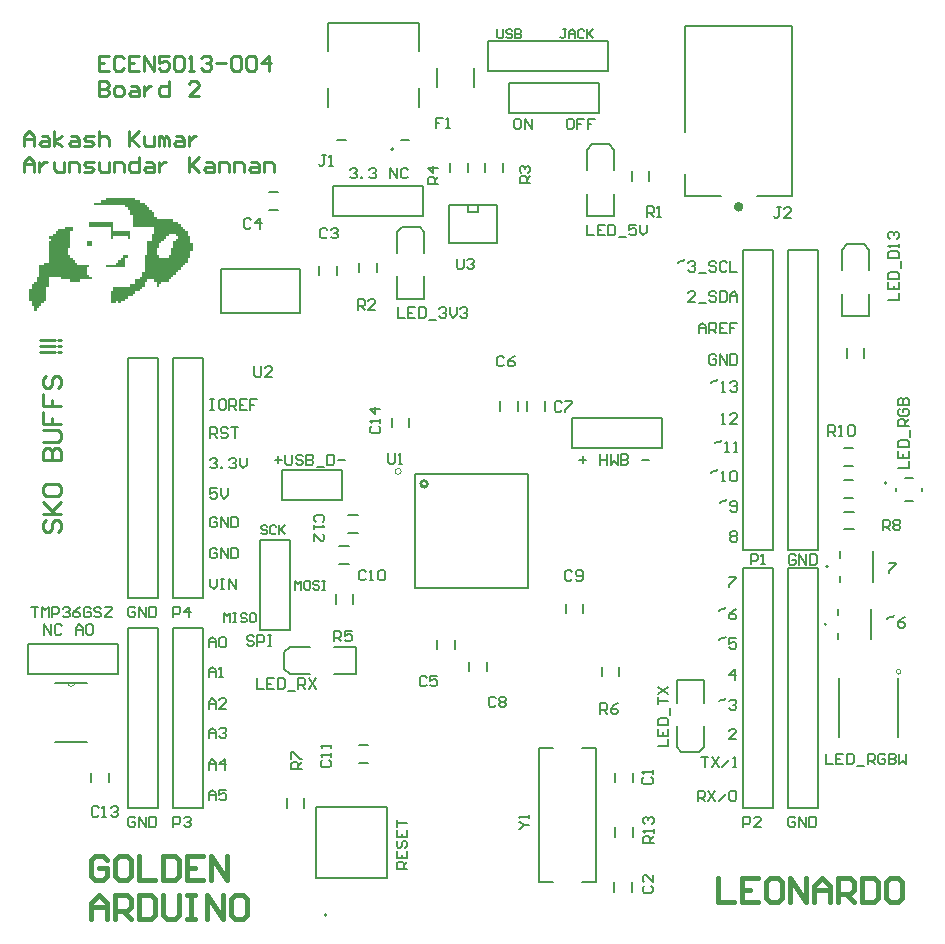
<source format=gto>
G04 Layer_Color=65535*
%FSLAX25Y25*%
%MOIN*%
G70*
G01*
G75*
%ADD28C,0.00600*%
%ADD29C,0.01000*%
%ADD37C,0.00591*%
%ADD38C,0.00000*%
%ADD39C,0.00787*%
%ADD40C,0.01575*%
%ADD41C,0.00500*%
%ADD42C,0.00800*%
%ADD43C,0.01500*%
G36*
X40500Y228400D02*
X39700D01*
Y227600D01*
Y226800D01*
Y226000D01*
Y225200D01*
X33300D01*
Y226000D01*
X36500D01*
Y226800D01*
X37300D01*
Y227600D01*
X38100D01*
Y228400D01*
X38900D01*
Y229200D01*
X40500D01*
Y228400D01*
D02*
G37*
G36*
X22100Y238000D02*
Y237200D01*
X21300D01*
Y236400D01*
Y235600D01*
Y234800D01*
Y234000D01*
Y233200D01*
Y232400D01*
Y231600D01*
X20500D01*
Y230800D01*
Y230000D01*
Y229200D01*
X21300D01*
Y228400D01*
X22100D01*
Y227600D01*
X22900D01*
Y226800D01*
X23700D01*
Y226000D01*
X27700D01*
Y225200D01*
X26900D01*
Y224400D01*
Y223600D01*
Y222800D01*
X27700D01*
Y222000D01*
X28500D01*
Y221200D01*
X24500D01*
Y220400D01*
X21300D01*
Y221200D01*
X18100D01*
Y222000D01*
X14100D01*
Y221200D01*
Y220400D01*
Y219600D01*
Y218800D01*
X13300D01*
Y218000D01*
Y217200D01*
Y216400D01*
Y215600D01*
Y214800D01*
Y214000D01*
X12500D01*
Y213200D01*
X11700D01*
Y212400D01*
X10900D01*
Y211600D01*
X10100D01*
Y210800D01*
X9300D01*
Y211600D01*
Y212400D01*
X8500D01*
Y213200D01*
Y214000D01*
X7700D01*
Y214800D01*
Y215600D01*
Y216400D01*
Y217200D01*
Y218000D01*
X8500D01*
Y218800D01*
Y219600D01*
X9300D01*
Y220400D01*
X10100D01*
Y221200D01*
Y222000D01*
X10900D01*
Y222800D01*
Y223600D01*
Y224400D01*
Y225200D01*
Y226000D01*
X12500D01*
Y226800D01*
X14100D01*
Y227600D01*
Y228400D01*
Y229200D01*
Y230000D01*
Y230800D01*
Y231600D01*
Y232400D01*
Y233200D01*
Y234000D01*
X14900D01*
Y234800D01*
X14100D01*
Y235600D01*
X15700D01*
Y236400D01*
X16500D01*
Y237200D01*
X17300D01*
Y238000D01*
X19700D01*
Y238800D01*
X22100D01*
Y238000D01*
D02*
G37*
G36*
X42900Y247600D02*
X44500D01*
Y246800D01*
X46100D01*
Y246000D01*
X46900D01*
Y245200D01*
X47700D01*
Y244400D01*
X48500D01*
Y243600D01*
X49300D01*
Y242800D01*
Y242000D01*
X50100D01*
Y241200D01*
X55700D01*
Y240400D01*
X57300D01*
Y239600D01*
X58100D01*
Y238800D01*
X58900D01*
Y238000D01*
X59700D01*
Y237200D01*
X60500D01*
Y236400D01*
Y235600D01*
X61300D01*
Y234800D01*
Y234000D01*
Y233200D01*
X62100D01*
Y232400D01*
Y231600D01*
Y230800D01*
X61300D01*
Y230000D01*
Y229200D01*
Y228400D01*
X60500D01*
Y227600D01*
Y226800D01*
X59700D01*
Y226000D01*
X58900D01*
Y225200D01*
X58100D01*
Y224400D01*
X57300D01*
Y223600D01*
X56500D01*
Y222800D01*
X55700D01*
Y222000D01*
X54900D01*
Y221200D01*
X54100D01*
Y220400D01*
X51700D01*
Y219600D01*
X50900D01*
Y218800D01*
X50100D01*
Y219600D01*
Y220400D01*
X49300D01*
Y221200D01*
X46900D01*
Y220400D01*
X46100D01*
Y219600D01*
Y218800D01*
X45300D01*
Y218000D01*
X44500D01*
Y217200D01*
X42900D01*
Y216400D01*
X42100D01*
Y215600D01*
X40500D01*
Y214800D01*
X39700D01*
Y214000D01*
X38100D01*
Y213200D01*
X37300D01*
Y214000D01*
X36500D01*
Y213200D01*
X34900D01*
Y214000D01*
Y214800D01*
Y215600D01*
Y216400D01*
Y217200D01*
X35700D01*
Y218000D01*
Y218800D01*
X41300D01*
Y219600D01*
X42900D01*
Y220400D01*
Y221200D01*
X44500D01*
Y222000D01*
X45300D01*
Y222800D01*
Y223600D01*
X46100D01*
Y224400D01*
Y225200D01*
Y226000D01*
Y226800D01*
Y227600D01*
Y228400D01*
Y229200D01*
X46900D01*
Y230000D01*
Y230800D01*
Y231600D01*
Y232400D01*
Y233200D01*
Y234000D01*
X48500D01*
Y234800D01*
Y235600D01*
Y236400D01*
X49300D01*
Y237200D01*
Y238000D01*
Y238800D01*
X42100D01*
Y239600D01*
Y240400D01*
Y241200D01*
Y242000D01*
Y242800D01*
X41300D01*
Y243600D01*
Y244400D01*
X40500D01*
Y245200D01*
X39700D01*
Y246000D01*
X29300D01*
Y246800D01*
X31700D01*
Y247600D01*
X33300D01*
Y248400D01*
X42900D01*
Y247600D01*
D02*
G37*
G36*
X35700Y239600D02*
Y238800D01*
Y238000D01*
Y237200D01*
X41300D01*
Y236400D01*
Y235600D01*
Y234800D01*
X40500D01*
Y235600D01*
X35700D01*
Y234800D01*
X34900D01*
Y235600D01*
Y236400D01*
Y237200D01*
Y238000D01*
Y238800D01*
X27700D01*
Y239600D01*
Y240400D01*
X35700D01*
Y239600D01*
D02*
G37*
G36*
X28500Y233200D02*
Y232400D01*
X26900D01*
Y233200D01*
Y234000D01*
X28500D01*
Y233200D01*
D02*
G37*
%LPC*%
G36*
X56500Y236400D02*
X54100D01*
Y235600D01*
X53300D01*
Y234800D01*
X52500D01*
Y234000D01*
X51700D01*
Y233200D01*
X50900D01*
Y232400D01*
Y231600D01*
X50100D01*
Y230800D01*
Y230000D01*
Y229200D01*
X50900D01*
Y228400D01*
X54100D01*
Y229200D01*
X54900D01*
Y230000D01*
Y230800D01*
Y231600D01*
X55700D01*
Y232400D01*
Y233200D01*
Y234000D01*
X56500D01*
Y234800D01*
X57300D01*
Y235600D01*
X56500D01*
Y236400D01*
D02*
G37*
%LPD*%
D28*
X16200Y86700D02*
X20400D01*
X22800D01*
X27000D01*
X16200Y67100D02*
X27000D01*
X71600Y210100D02*
X98000D01*
X71600D02*
Y224700D01*
X98000D01*
Y210100D02*
Y224700D01*
D29*
X140365Y153048D02*
G03*
X140365Y153048I-1113J0D01*
G01*
X34224Y295691D02*
X30892D01*
Y290692D01*
X34224D01*
X30892Y293191D02*
X32558D01*
X39222Y294858D02*
X38390Y295691D01*
X36723D01*
X35890Y294858D01*
Y291525D01*
X36723Y290692D01*
X38390D01*
X39222Y291525D01*
X44221Y295691D02*
X40889D01*
Y290692D01*
X44221D01*
X40889Y293191D02*
X42555D01*
X45887Y290692D02*
Y295691D01*
X49219Y290692D01*
Y295691D01*
X54218D02*
X50885D01*
Y293191D01*
X52552Y294024D01*
X53385D01*
X54218Y293191D01*
Y291525D01*
X53385Y290692D01*
X51718D01*
X50885Y291525D01*
X55884Y294858D02*
X56717Y295691D01*
X58383D01*
X59216Y294858D01*
Y291525D01*
X58383Y290692D01*
X56717D01*
X55884Y291525D01*
Y294858D01*
X60882Y290692D02*
X62548D01*
X61715D01*
Y295691D01*
X60882Y294858D01*
X65048D02*
X65881Y295691D01*
X67547D01*
X68380Y294858D01*
Y294024D01*
X67547Y293191D01*
X66714D01*
X67547D01*
X68380Y292358D01*
Y291525D01*
X67547Y290692D01*
X65881D01*
X65048Y291525D01*
X70046Y293191D02*
X73378D01*
X75044Y294858D02*
X75877Y295691D01*
X77543D01*
X78377Y294858D01*
Y291525D01*
X77543Y290692D01*
X75877D01*
X75044Y291525D01*
Y294858D01*
X80043D02*
X80876Y295691D01*
X82542D01*
X83375Y294858D01*
Y291525D01*
X82542Y290692D01*
X80876D01*
X80043Y291525D01*
Y294858D01*
X87540Y290692D02*
Y295691D01*
X85041Y293191D01*
X88373D01*
X30892Y287293D02*
Y282294D01*
X33391D01*
X34224Y283127D01*
Y283960D01*
X33391Y284793D01*
X30892D01*
X33391D01*
X34224Y285626D01*
Y286459D01*
X33391Y287293D01*
X30892D01*
X36723Y282294D02*
X38390D01*
X39222Y283127D01*
Y284793D01*
X38390Y285626D01*
X36723D01*
X35890Y284793D01*
Y283127D01*
X36723Y282294D01*
X41722Y285626D02*
X43388D01*
X44221Y284793D01*
Y282294D01*
X41722D01*
X40889Y283127D01*
X41722Y283960D01*
X44221D01*
X45887Y285626D02*
Y282294D01*
Y283960D01*
X46720Y284793D01*
X47553Y285626D01*
X48386D01*
X54218Y287293D02*
Y282294D01*
X51718D01*
X50885Y283127D01*
Y284793D01*
X51718Y285626D01*
X54218D01*
X64214Y282294D02*
X60882D01*
X64214Y285626D01*
Y286459D01*
X63381Y287293D01*
X61715D01*
X60882Y286459D01*
X5900Y265498D02*
Y268830D01*
X7566Y270496D01*
X9232Y268830D01*
Y265498D01*
Y267997D01*
X5900D01*
X11731Y268830D02*
X13398D01*
X14231Y267997D01*
Y265498D01*
X11731D01*
X10898Y266331D01*
X11731Y267164D01*
X14231D01*
X15897Y265498D02*
Y270496D01*
Y267164D02*
X18396Y268830D01*
X15897Y267164D02*
X18396Y265498D01*
X21728Y268830D02*
X23394D01*
X24227Y267997D01*
Y265498D01*
X21728D01*
X20895Y266331D01*
X21728Y267164D01*
X24227D01*
X25894Y265498D02*
X28393D01*
X29226Y266331D01*
X28393Y267164D01*
X26727D01*
X25894Y267997D01*
X26727Y268830D01*
X29226D01*
X30892Y270496D02*
Y265498D01*
Y267997D01*
X31725Y268830D01*
X33391D01*
X34224Y267997D01*
Y265498D01*
X40889Y270496D02*
Y265498D01*
Y267164D01*
X44221Y270496D01*
X41722Y267997D01*
X44221Y265498D01*
X45887Y268830D02*
Y266331D01*
X46720Y265498D01*
X49219D01*
Y268830D01*
X50885Y265498D02*
Y268830D01*
X51718D01*
X52552Y267997D01*
Y265498D01*
Y267997D01*
X53385Y268830D01*
X54218Y267997D01*
Y265498D01*
X56717Y268830D02*
X58383D01*
X59216Y267997D01*
Y265498D01*
X56717D01*
X55884Y266331D01*
X56717Y267164D01*
X59216D01*
X60882Y268830D02*
Y265498D01*
Y267164D01*
X61715Y267997D01*
X62548Y268830D01*
X63381D01*
X5900Y257100D02*
Y260432D01*
X7566Y262098D01*
X9232Y260432D01*
Y257100D01*
Y259599D01*
X5900D01*
X10898Y260432D02*
Y257100D01*
Y258766D01*
X11731Y259599D01*
X12564Y260432D01*
X13398D01*
X15897D02*
Y257933D01*
X16730Y257100D01*
X19229D01*
Y260432D01*
X20895Y257100D02*
Y260432D01*
X23394D01*
X24227Y259599D01*
Y257100D01*
X25894D02*
X28393D01*
X29226Y257933D01*
X28393Y258766D01*
X26727D01*
X25894Y259599D01*
X26727Y260432D01*
X29226D01*
X30892D02*
Y257933D01*
X31725Y257100D01*
X34224D01*
Y260432D01*
X35890Y257100D02*
Y260432D01*
X38390D01*
X39222Y259599D01*
Y257100D01*
X44221Y262098D02*
Y257100D01*
X41722D01*
X40889Y257933D01*
Y259599D01*
X41722Y260432D01*
X44221D01*
X46720D02*
X48386D01*
X49219Y259599D01*
Y257100D01*
X46720D01*
X45887Y257933D01*
X46720Y258766D01*
X49219D01*
X50885Y260432D02*
Y257100D01*
Y258766D01*
X51718Y259599D01*
X52552Y260432D01*
X53385D01*
X60882Y262098D02*
Y257100D01*
Y258766D01*
X64214Y262098D01*
X61715Y259599D01*
X64214Y257100D01*
X66714Y260432D02*
X68380D01*
X69213Y259599D01*
Y257100D01*
X66714D01*
X65881Y257933D01*
X66714Y258766D01*
X69213D01*
X70879Y257100D02*
Y260432D01*
X73378D01*
X74211Y259599D01*
Y257100D01*
X75877D02*
Y260432D01*
X78377D01*
X79210Y259599D01*
Y257100D01*
X81709Y260432D02*
X83375D01*
X84208Y259599D01*
Y257100D01*
X81709D01*
X80876Y257933D01*
X81709Y258766D01*
X84208D01*
X85874Y257100D02*
Y260432D01*
X88373D01*
X89206Y259599D01*
Y257100D01*
X13102Y140999D02*
X12102Y139999D01*
Y138000D01*
X13102Y137000D01*
X14101D01*
X15101Y138000D01*
Y139999D01*
X16101Y140999D01*
X17100D01*
X18100Y139999D01*
Y138000D01*
X17100Y137000D01*
X12102Y142998D02*
X18100D01*
X16101D01*
X12102Y146997D01*
X15101Y143998D01*
X18100Y146997D01*
X12102Y151995D02*
Y149996D01*
X13102Y148996D01*
X17100D01*
X18100Y149996D01*
Y151995D01*
X17100Y152995D01*
X13102D01*
X12102Y151995D01*
Y160992D02*
X18100D01*
Y163991D01*
X17100Y164991D01*
X16101D01*
X15101Y163991D01*
Y160992D01*
Y163991D01*
X14101Y164991D01*
X13102D01*
X12102Y163991D01*
Y160992D01*
Y166990D02*
X17100D01*
X18100Y167990D01*
Y169989D01*
X17100Y170989D01*
X12102D01*
Y176987D02*
Y172988D01*
X15101D01*
Y174988D01*
Y172988D01*
X18100D01*
X12102Y182985D02*
Y178986D01*
X15101D01*
Y180986D01*
Y178986D01*
X18100D01*
X13102Y188983D02*
X12102Y187984D01*
Y185984D01*
X13102Y184985D01*
X14101D01*
X15101Y185984D01*
Y187984D01*
X16101Y188983D01*
X17100D01*
X18100Y187984D01*
Y185984D01*
X17100Y184985D01*
X16101Y196981D02*
X11102D01*
X17100D02*
X18100D01*
X16101Y198980D02*
X11102D01*
X17100D02*
X18100D01*
X16101Y200979D02*
X11102D01*
X17100D02*
X18100D01*
D37*
X273253Y106300D02*
G03*
X273253Y106300I-295J0D01*
G01*
X273853Y125407D02*
G03*
X273853Y125407I-295J0D01*
G01*
D38*
X131591Y157182D02*
G03*
X131591Y157182I-1000J0D01*
G01*
X298245Y90420D02*
G03*
X298245Y90420I-787J0D01*
G01*
X20400Y86700D02*
G03*
X22800Y86700I1200J0D01*
G01*
D39*
X106739Y9284D02*
G03*
X106739Y9284I-394J0D01*
G01*
X293420Y153265D02*
G03*
X293420Y153265I-394J0D01*
G01*
X129026Y264625D02*
G03*
X129026Y264625I-394J0D01*
G01*
X94700Y104200D02*
Y134200D01*
X84700D02*
X94700D01*
X84700Y104200D02*
Y134200D01*
Y104200D02*
X94700D01*
X200600Y290500D02*
Y300500D01*
X160600Y290500D02*
X200600D01*
X160600Y300500D02*
X200600D01*
X160600Y290500D02*
Y300500D01*
X208447Y254125D02*
Y257275D01*
X214353Y254125D02*
Y257275D01*
X245600Y131000D02*
X255600D01*
X245600D02*
Y231000D01*
X255600D01*
Y223500D02*
Y231000D01*
Y131000D02*
Y223500D01*
X260600Y131000D02*
X270600D01*
X260600D02*
Y231000D01*
X270600D01*
Y223500D02*
Y231000D01*
Y131000D02*
Y223500D01*
X286053Y195125D02*
Y198275D01*
X280147Y195125D02*
Y198275D01*
X279125Y148347D02*
X282275D01*
X279125Y154253D02*
X282275D01*
X198447Y88925D02*
Y92075D01*
X204353Y88925D02*
Y92075D01*
X109747Y113025D02*
Y116175D01*
X115653Y113025D02*
Y116175D01*
X117647Y223525D02*
Y226675D01*
X123553Y223525D02*
Y226675D01*
X143598Y285250D02*
Y291550D01*
X155802Y285250D02*
Y291550D01*
X139328Y214783D02*
Y222263D01*
X130272Y214783D02*
Y222263D01*
Y214783D02*
X139328D01*
X131847Y238798D02*
X137753D01*
X139328Y230137D02*
Y236830D01*
X130272D02*
X131847Y238798D01*
X137753D02*
X139328Y236830D01*
X130272Y230137D02*
Y236830D01*
X202628Y242272D02*
Y249753D01*
X193572Y242272D02*
Y249753D01*
Y242272D02*
X202628D01*
X195147Y266288D02*
X201053D01*
X202628Y257627D02*
Y264320D01*
X193572D02*
X195147Y266288D01*
X201053D02*
X202628Y264320D01*
X193572Y257627D02*
Y264320D01*
X55600Y45000D02*
Y105000D01*
X65600Y45000D02*
Y105000D01*
X55600D02*
X65600D01*
X55600Y45000D02*
X65600D01*
X40600Y115000D02*
Y195000D01*
Y115000D02*
X50600D01*
Y195000D01*
X40600D02*
X50600D01*
Y45000D02*
Y105000D01*
X40600Y45000D02*
Y105000D01*
Y45000D02*
X50600D01*
X40600Y105000D02*
X50600D01*
X65600Y115000D02*
Y195000D01*
X55600D02*
X65600D01*
X55600Y115000D02*
Y195000D01*
Y115000D02*
X65600D01*
X255600Y45000D02*
Y125000D01*
X245600D02*
X255600D01*
X245600Y45000D02*
Y125000D01*
Y45000D02*
X255600D01*
X260600D02*
Y125000D01*
Y45000D02*
X270600D01*
Y125000D01*
X260600D02*
X270600D01*
X92000Y147500D02*
X112000D01*
Y157500D01*
X92000D02*
X112000D01*
X92000Y147500D02*
Y157500D01*
X170553Y177425D02*
Y180575D01*
X164647Y177425D02*
Y180575D01*
X179553Y177425D02*
Y180575D01*
X173647Y177425D02*
Y180575D01*
X143547Y97910D02*
Y101060D01*
X149453Y97910D02*
Y101060D01*
X154347Y90625D02*
Y93775D01*
X160253Y90625D02*
Y93775D01*
X110925Y132353D02*
X114075D01*
X110925Y126447D02*
X114075D01*
X128447Y171940D02*
Y175090D01*
X134353Y171940D02*
Y175090D01*
X202547Y17140D02*
Y20290D01*
X208453Y17140D02*
Y20290D01*
X203047Y53540D02*
Y56690D01*
X208953Y53540D02*
Y56690D01*
X114025Y142553D02*
X117175D01*
X114025Y136647D02*
X117175D01*
X188700Y165000D02*
Y175000D01*
X218700D01*
Y165000D02*
Y175000D01*
X188700Y165000D02*
X218700D01*
X99353Y45125D02*
Y48275D01*
X93447Y45125D02*
Y48275D01*
X117425Y60047D02*
X120575D01*
X117425Y65953D02*
X120575D01*
X7200Y89700D02*
Y99700D01*
X37200D01*
Y89700D02*
Y99700D01*
X7200Y89700D02*
X37200D01*
X28347Y53625D02*
Y56775D01*
X34253Y53625D02*
Y56775D01*
X279125Y159147D02*
X282275D01*
X279125Y165053D02*
X282275D01*
X279325Y137847D02*
X282475D01*
X279325Y143753D02*
X282475D01*
X147947Y256825D02*
Y259975D01*
X153853Y256825D02*
Y259975D01*
X159647Y256825D02*
Y259975D01*
X165553Y256825D02*
Y259975D01*
X110253Y222525D02*
Y225675D01*
X104347Y222525D02*
Y225675D01*
X87525Y250353D02*
X90675D01*
X87525Y244447D02*
X90675D01*
X108800Y242400D02*
Y252400D01*
X138800D01*
Y242400D02*
Y252400D01*
X108800Y242400D02*
X138800D01*
X167500Y276700D02*
Y286700D01*
X197500D01*
Y276700D02*
Y286700D01*
X167500Y276700D02*
X197500D01*
X287628Y208983D02*
Y216463D01*
X278572Y208983D02*
Y216463D01*
Y208983D02*
X287628D01*
X280147Y232998D02*
X286053D01*
X287628Y224337D02*
Y231030D01*
X278572D02*
X280147Y232998D01*
X286053D02*
X287628Y231030D01*
X278572Y224337D02*
Y231030D01*
X186447Y109825D02*
Y112975D01*
X192353Y109825D02*
Y112975D01*
X208953Y35410D02*
Y38560D01*
X203047Y35410D02*
Y38560D01*
X109137Y98728D02*
X116617D01*
X109137Y89672D02*
X116617D01*
Y98728D01*
X92602Y91247D02*
Y97153D01*
X94570Y98728D02*
X101263D01*
X92602Y91247D02*
X94570Y89672D01*
X92602Y97153D02*
X94570Y98728D01*
Y89672D02*
X101263D01*
X223472Y80037D02*
Y87517D01*
X232528Y80037D02*
Y87517D01*
X223472D02*
X232528D01*
X225047Y63502D02*
X230953D01*
X223472Y65470D02*
Y72163D01*
X230953Y63502D02*
X232528Y65470D01*
X223472D02*
X225047Y63502D01*
X232528Y65470D02*
Y72163D01*
D40*
X244887Y245410D02*
G03*
X244887Y245410I-787J0D01*
G01*
D41*
X277209Y101182D02*
Y103347D01*
Y109253D02*
Y111418D01*
X288391Y101182D02*
Y111418D01*
X277809Y120289D02*
Y122454D01*
Y128360D02*
Y130525D01*
X288991Y120289D02*
Y130525D01*
X192037Y20259D02*
X196549D01*
Y65141D01*
X192037D02*
X196549D01*
X177651D02*
X182163D01*
X177651Y20259D02*
Y65141D01*
Y20259D02*
X182163D01*
X127011Y21689D02*
Y45311D01*
X103389D02*
X127011D01*
X103389Y21689D02*
Y45311D01*
Y21689D02*
X127011D01*
X277457Y68557D02*
Y88243D01*
X297143Y68557D02*
Y88243D01*
X305231Y150706D02*
Y151494D01*
X296569Y150706D02*
Y151494D01*
X299719Y147163D02*
X302081D01*
X299719Y155037D02*
X302081D01*
X157175Y243537D02*
Y245899D01*
X154025Y243537D02*
X157175D01*
X154025D02*
Y245899D01*
X147726Y233301D02*
Y245899D01*
Y233301D02*
X163474D01*
Y245899D01*
X157175D02*
X163474D01*
X154025D02*
X157175D01*
X147726D02*
X154025D01*
X131546Y267775D02*
X134341D01*
X110286D02*
X113160D01*
X137491Y278680D02*
Y285019D01*
X107176Y278680D02*
Y285019D01*
X137491Y297460D02*
Y306554D01*
X107176D02*
X137491D01*
X107176Y297460D02*
Y306554D01*
X226383Y248954D02*
X238391D01*
X226383Y270410D02*
Y305646D01*
X250202Y248954D02*
X261817D01*
X226383D02*
Y256237D01*
X261817Y248954D02*
Y305646D01*
X226383D02*
X261817D01*
X86899Y138699D02*
X86400Y139199D01*
X85400D01*
X84900Y138699D01*
Y138199D01*
X85400Y137699D01*
X86400D01*
X86899Y137200D01*
Y136700D01*
X86400Y136200D01*
X85400D01*
X84900Y136700D01*
X89898Y138699D02*
X89399Y139199D01*
X88399D01*
X87899Y138699D01*
Y136700D01*
X88399Y136200D01*
X89399D01*
X89898Y136700D01*
X90898Y139199D02*
Y136200D01*
Y137200D01*
X92897Y139199D01*
X91398Y137699D01*
X92897Y136200D01*
X96300Y117800D02*
Y120799D01*
X97300Y119799D01*
X98299Y120799D01*
Y117800D01*
X100799Y120799D02*
X99799D01*
X99299Y120299D01*
Y118300D01*
X99799Y117800D01*
X100799D01*
X101298Y118300D01*
Y120299D01*
X100799Y120799D01*
X104297Y120299D02*
X103798Y120799D01*
X102798D01*
X102298Y120299D01*
Y119799D01*
X102798Y119299D01*
X103798D01*
X104297Y118800D01*
Y118300D01*
X103798Y117800D01*
X102798D01*
X102298Y118300D01*
X105297Y120799D02*
X106297D01*
X105797D01*
Y117800D01*
X105297D01*
X106297D01*
X72600Y106900D02*
Y109899D01*
X73600Y108899D01*
X74599Y109899D01*
Y106900D01*
X75599Y109899D02*
X76599D01*
X76099D01*
Y106900D01*
X75599D01*
X76599D01*
X80098Y109399D02*
X79598Y109899D01*
X78598D01*
X78098Y109399D01*
Y108899D01*
X78598Y108399D01*
X79598D01*
X80098Y107900D01*
Y107400D01*
X79598Y106900D01*
X78598D01*
X78098Y107400D01*
X82597Y109899D02*
X81597D01*
X81097Y109399D01*
Y107400D01*
X81597Y106900D01*
X82597D01*
X83097Y107400D01*
Y109399D01*
X82597Y109899D01*
X293700Y108016D02*
X294283Y108599D01*
X295449D01*
X296033Y109182D01*
X299531Y108599D02*
X298365Y108016D01*
X297199Y106849D01*
Y105683D01*
X297782Y105100D01*
X298948D01*
X299531Y105683D01*
Y106266D01*
X298948Y106849D01*
X297199D01*
X294300Y126799D02*
X296633D01*
Y126216D01*
X294300Y123883D01*
Y123300D01*
X163600Y304499D02*
Y302000D01*
X164100Y301500D01*
X165100D01*
X165599Y302000D01*
Y304499D01*
X168598Y303999D02*
X168099Y304499D01*
X167099D01*
X166599Y303999D01*
Y303499D01*
X167099Y302999D01*
X168099D01*
X168598Y302500D01*
Y302000D01*
X168099Y301500D01*
X167099D01*
X166599Y302000D01*
X169598Y304499D02*
Y301500D01*
X171098D01*
X171597Y302000D01*
Y302500D01*
X171098Y302999D01*
X169598D01*
X171098D01*
X171597Y303499D01*
Y303999D01*
X171098Y304499D01*
X169598D01*
X186593D02*
X185593D01*
X186093D01*
Y302000D01*
X185593Y301500D01*
X185093D01*
X184593Y302000D01*
X187592Y301500D02*
Y303499D01*
X188592Y304499D01*
X189592Y303499D01*
Y301500D01*
Y302999D01*
X187592D01*
X192591Y303999D02*
X192091Y304499D01*
X191091D01*
X190591Y303999D01*
Y302000D01*
X191091Y301500D01*
X192091D01*
X192591Y302000D01*
X193590Y304499D02*
Y301500D01*
Y302500D01*
X195590Y304499D01*
X194090Y302999D01*
X195590Y301500D01*
X213500Y242000D02*
Y245499D01*
X215249D01*
X215833Y244916D01*
Y243749D01*
X215249Y243166D01*
X213500D01*
X214666D02*
X215833Y242000D01*
X216999D02*
X218165D01*
X217582D01*
Y245499D01*
X216999Y244916D01*
X223820Y226716D02*
X224403Y227299D01*
X225570D01*
X226153Y227882D01*
X227319Y226716D02*
X227902Y227299D01*
X229068D01*
X229652Y226716D01*
Y226133D01*
X229068Y225549D01*
X228485D01*
X229068D01*
X229652Y224966D01*
Y224383D01*
X229068Y223800D01*
X227902D01*
X227319Y224383D01*
X230818Y223217D02*
X233151D01*
X236649Y226716D02*
X236066Y227299D01*
X234900D01*
X234317Y226716D01*
Y226133D01*
X234900Y225549D01*
X236066D01*
X236649Y224966D01*
Y224383D01*
X236066Y223800D01*
X234900D01*
X234317Y224383D01*
X240148Y226716D02*
X239565Y227299D01*
X238399D01*
X237816Y226716D01*
Y224383D01*
X238399Y223800D01*
X239565D01*
X240148Y224383D01*
X241315Y227299D02*
Y223800D01*
X243647D01*
X229652Y213800D02*
X227319D01*
X229652Y216133D01*
Y216716D01*
X229068Y217299D01*
X227902D01*
X227319Y216716D01*
X230818Y213217D02*
X233151D01*
X236649Y216716D02*
X236066Y217299D01*
X234900D01*
X234317Y216716D01*
Y216133D01*
X234900Y215549D01*
X236066D01*
X236649Y214966D01*
Y214383D01*
X236066Y213800D01*
X234900D01*
X234317Y214383D01*
X237816Y217299D02*
Y213800D01*
X239565D01*
X240148Y214383D01*
Y216716D01*
X239565Y217299D01*
X237816D01*
X241315Y213800D02*
Y216133D01*
X242481Y217299D01*
X243647Y216133D01*
Y213800D01*
Y215549D01*
X241315D01*
X230818Y203300D02*
Y205633D01*
X231984Y206799D01*
X233151Y205633D01*
Y203300D01*
Y205049D01*
X230818D01*
X234317Y203300D02*
Y206799D01*
X236066D01*
X236649Y206216D01*
Y205049D01*
X236066Y204466D01*
X234317D01*
X235483D02*
X236649Y203300D01*
X240148Y206799D02*
X237816D01*
Y203300D01*
X240148D01*
X237816Y205049D02*
X238982D01*
X243647Y206799D02*
X241315D01*
Y205049D01*
X242481D01*
X241315D01*
Y203300D01*
X236649Y195716D02*
X236066Y196299D01*
X234900D01*
X234317Y195716D01*
Y193383D01*
X234900Y192800D01*
X236066D01*
X236649Y193383D01*
Y194549D01*
X235483D01*
X237816Y192800D02*
Y196299D01*
X240148Y192800D01*
Y196299D01*
X241315D02*
Y192800D01*
X243064D01*
X243647Y193383D01*
Y195716D01*
X243064Y196299D01*
X241315D01*
X234900Y186716D02*
X235483Y187299D01*
X236649D01*
X237233Y187882D01*
X238399Y183800D02*
X239565D01*
X238982D01*
Y187299D01*
X238399Y186716D01*
X241315D02*
X241898Y187299D01*
X243064D01*
X243647Y186716D01*
Y186133D01*
X243064Y185549D01*
X242481D01*
X243064D01*
X243647Y184966D01*
Y184383D01*
X243064Y183800D01*
X241898D01*
X241315Y184383D01*
X238399Y173000D02*
X239565D01*
X238982D01*
Y176499D01*
X238399Y175916D01*
X243647Y173000D02*
X241315D01*
X243647Y175333D01*
Y175916D01*
X243064Y176499D01*
X241898D01*
X241315Y175916D01*
X236066Y166516D02*
X236649Y167099D01*
X237816D01*
X238399Y167682D01*
X239565Y163600D02*
X240731D01*
X240148D01*
Y167099D01*
X239565Y166516D01*
X242481Y163600D02*
X243647D01*
X243064D01*
Y167099D01*
X242481Y166516D01*
X234900Y156816D02*
X235483Y157399D01*
X236649D01*
X237233Y157982D01*
X238399Y153900D02*
X239565D01*
X238982D01*
Y157399D01*
X238399Y156816D01*
X241315D02*
X241898Y157399D01*
X243064D01*
X243647Y156816D01*
Y154483D01*
X243064Y153900D01*
X241898D01*
X241315Y154483D01*
Y156816D01*
X237816Y146716D02*
X238399Y147299D01*
X239565D01*
X240148Y147882D01*
X241315Y144383D02*
X241898Y143800D01*
X243064D01*
X243647Y144383D01*
Y146716D01*
X243064Y147299D01*
X241898D01*
X241315Y146716D01*
Y146133D01*
X241898Y145549D01*
X243647D01*
X241315Y136716D02*
X241898Y137299D01*
X243064D01*
X243647Y136716D01*
Y136133D01*
X243064Y135549D01*
X243647Y134966D01*
Y134383D01*
X243064Y133800D01*
X241898D01*
X241315Y134383D01*
Y134966D01*
X241898Y135549D01*
X241315Y136133D01*
Y136716D01*
X241898Y135549D02*
X243064D01*
X241000Y122099D02*
X243333D01*
Y121516D01*
X241000Y119183D01*
Y118600D01*
X237501Y110816D02*
X238084Y111399D01*
X239251D01*
X239834Y111982D01*
X243333Y111399D02*
X242166Y110816D01*
X241000Y109649D01*
Y108483D01*
X241583Y107900D01*
X242749D01*
X243333Y108483D01*
Y109066D01*
X242749Y109649D01*
X241000D01*
X237501Y100916D02*
X238084Y101499D01*
X239251D01*
X239834Y102082D01*
X243333Y101499D02*
X241000D01*
Y99749D01*
X242166Y100333D01*
X242749D01*
X243333Y99749D01*
Y98583D01*
X242749Y98000D01*
X241583D01*
X241000Y98583D01*
X242749Y87700D02*
Y91199D01*
X241000Y89449D01*
X243333D01*
X237501Y80516D02*
X238084Y81099D01*
X239251D01*
X239834Y81682D01*
X241000Y80516D02*
X241583Y81099D01*
X242749D01*
X243333Y80516D01*
Y79933D01*
X242749Y79349D01*
X242166D01*
X242749D01*
X243333Y78766D01*
Y78183D01*
X242749Y77600D01*
X241583D01*
X241000Y78183D01*
X243333Y67900D02*
X241000D01*
X243333Y70233D01*
Y70816D01*
X242749Y71399D01*
X241583D01*
X241000Y70816D01*
X67900Y181199D02*
X69066D01*
X68483D01*
Y177700D01*
X67900D01*
X69066D01*
X72565Y181199D02*
X71399D01*
X70816Y180616D01*
Y178283D01*
X71399Y177700D01*
X72565D01*
X73148Y178283D01*
Y180616D01*
X72565Y181199D01*
X74315Y177700D02*
Y181199D01*
X76064D01*
X76647Y180616D01*
Y179449D01*
X76064Y178866D01*
X74315D01*
X75481D02*
X76647Y177700D01*
X80146Y181199D02*
X77814D01*
Y177700D01*
X80146D01*
X77814Y179449D02*
X78980D01*
X83645Y181199D02*
X81312D01*
Y179449D01*
X82479D01*
X81312D01*
Y177700D01*
X67900Y168400D02*
Y171899D01*
X69649D01*
X70233Y171316D01*
Y170149D01*
X69649Y169566D01*
X67900D01*
X69066D02*
X70233Y168400D01*
X73731Y171316D02*
X73148Y171899D01*
X71982D01*
X71399Y171316D01*
Y170733D01*
X71982Y170149D01*
X73148D01*
X73731Y169566D01*
Y168983D01*
X73148Y168400D01*
X71982D01*
X71399Y168983D01*
X74898Y171899D02*
X77230D01*
X76064D01*
Y168400D01*
X67900Y161116D02*
X68483Y161699D01*
X69649D01*
X70233Y161116D01*
Y160533D01*
X69649Y159949D01*
X69066D01*
X69649D01*
X70233Y159366D01*
Y158783D01*
X69649Y158200D01*
X68483D01*
X67900Y158783D01*
X71399Y158200D02*
Y158783D01*
X71982D01*
Y158200D01*
X71399D01*
X74315Y161116D02*
X74898Y161699D01*
X76064D01*
X76647Y161116D01*
Y160533D01*
X76064Y159949D01*
X75481D01*
X76064D01*
X76647Y159366D01*
Y158783D01*
X76064Y158200D01*
X74898D01*
X74315Y158783D01*
X77814Y161699D02*
Y159366D01*
X78980Y158200D01*
X80146Y159366D01*
Y161699D01*
X70233Y151499D02*
X67900D01*
Y149749D01*
X69066Y150333D01*
X69649D01*
X70233Y149749D01*
Y148583D01*
X69649Y148000D01*
X68483D01*
X67900Y148583D01*
X71399Y151499D02*
Y149166D01*
X72565Y148000D01*
X73731Y149166D01*
Y151499D01*
X70233Y141416D02*
X69649Y141999D01*
X68483D01*
X67900Y141416D01*
Y139083D01*
X68483Y138500D01*
X69649D01*
X70233Y139083D01*
Y140249D01*
X69066D01*
X71399Y138500D02*
Y141999D01*
X73731Y138500D01*
Y141999D01*
X74898D02*
Y138500D01*
X76647D01*
X77230Y139083D01*
Y141416D01*
X76647Y141999D01*
X74898D01*
X70233Y131116D02*
X69649Y131699D01*
X68483D01*
X67900Y131116D01*
Y128783D01*
X68483Y128200D01*
X69649D01*
X70233Y128783D01*
Y129949D01*
X69066D01*
X71399Y128200D02*
Y131699D01*
X73731Y128200D01*
Y131699D01*
X74898D02*
Y128200D01*
X76647D01*
X77230Y128783D01*
Y131116D01*
X76647Y131699D01*
X74898D01*
X67900Y121399D02*
Y119066D01*
X69066Y117900D01*
X70233Y119066D01*
Y121399D01*
X71399D02*
X72565D01*
X71982D01*
Y117900D01*
X71399D01*
X72565D01*
X74315D02*
Y121399D01*
X76647Y117900D01*
Y121399D01*
X248200Y126200D02*
Y129699D01*
X249949D01*
X250533Y129116D01*
Y127949D01*
X249949Y127366D01*
X248200D01*
X251699Y126200D02*
X252865D01*
X252282D01*
Y129699D01*
X251699Y129116D01*
X82533Y101916D02*
X81949Y102499D01*
X80783D01*
X80200Y101916D01*
Y101333D01*
X80783Y100749D01*
X81949D01*
X82533Y100166D01*
Y99583D01*
X81949Y99000D01*
X80783D01*
X80200Y99583D01*
X83699Y99000D02*
Y102499D01*
X85448D01*
X86031Y101916D01*
Y100749D01*
X85448Y100166D01*
X83699D01*
X87198Y102499D02*
X88364D01*
X87781D01*
Y99000D01*
X87198D01*
X88364D01*
X121784Y172233D02*
X121201Y171650D01*
Y170483D01*
X121784Y169900D01*
X124117D01*
X124700Y170483D01*
Y171650D01*
X124117Y172233D01*
X124700Y173399D02*
Y174565D01*
Y173982D01*
X121201D01*
X121784Y173399D01*
X124700Y178064D02*
X121201D01*
X122951Y176315D01*
Y178647D01*
X212484Y55233D02*
X211901Y54649D01*
Y53483D01*
X212484Y52900D01*
X214817D01*
X215400Y53483D01*
Y54649D01*
X214817Y55233D01*
X215400Y56399D02*
Y57565D01*
Y56982D01*
X211901D01*
X212484Y56399D01*
X212684Y19033D02*
X212101Y18449D01*
Y17283D01*
X212684Y16700D01*
X215017D01*
X215600Y17283D01*
Y18449D01*
X215017Y19033D01*
X215600Y22532D02*
Y20199D01*
X213267Y22532D01*
X212684D01*
X212101Y21948D01*
Y20782D01*
X212684Y20199D01*
X107033Y237816D02*
X106449Y238399D01*
X105283D01*
X104700Y237816D01*
Y235483D01*
X105283Y234900D01*
X106449D01*
X107033Y235483D01*
X108199Y237816D02*
X108782Y238399D01*
X109948D01*
X110531Y237816D01*
Y237233D01*
X109948Y236649D01*
X109365D01*
X109948D01*
X110531Y236066D01*
Y235483D01*
X109948Y234900D01*
X108782D01*
X108199Y235483D01*
X81633Y241016D02*
X81049Y241599D01*
X79883D01*
X79300Y241016D01*
Y238683D01*
X79883Y238100D01*
X81049D01*
X81633Y238683D01*
X84548Y238100D02*
Y241599D01*
X82799Y239849D01*
X85131D01*
X140133Y88416D02*
X139549Y88999D01*
X138383D01*
X137800Y88416D01*
Y86083D01*
X138383Y85500D01*
X139549D01*
X140133Y86083D01*
X143631Y88999D02*
X141299D01*
Y87249D01*
X142465Y87833D01*
X143048D01*
X143631Y87249D01*
Y86083D01*
X143048Y85500D01*
X141882D01*
X141299Y86083D01*
X165933Y195116D02*
X165349Y195699D01*
X164183D01*
X163600Y195116D01*
Y192783D01*
X164183Y192200D01*
X165349D01*
X165933Y192783D01*
X169431Y195699D02*
X168265Y195116D01*
X167099Y193949D01*
Y192783D01*
X167682Y192200D01*
X168848D01*
X169431Y192783D01*
Y193366D01*
X168848Y193949D01*
X167099D01*
X185133Y179916D02*
X184549Y180499D01*
X183383D01*
X182800Y179916D01*
Y177583D01*
X183383Y177000D01*
X184549D01*
X185133Y177583D01*
X186299Y180499D02*
X188631D01*
Y179916D01*
X186299Y177583D01*
Y177000D01*
X163133Y81516D02*
X162549Y82099D01*
X161383D01*
X160800Y81516D01*
Y79183D01*
X161383Y78600D01*
X162549D01*
X163133Y79183D01*
X164299Y81516D02*
X164882Y82099D01*
X166048D01*
X166631Y81516D01*
Y80933D01*
X166048Y80349D01*
X166631Y79766D01*
Y79183D01*
X166048Y78600D01*
X164882D01*
X164299Y79183D01*
Y79766D01*
X164882Y80349D01*
X164299Y80933D01*
Y81516D01*
X164882Y80349D02*
X166048D01*
X119933Y123816D02*
X119349Y124399D01*
X118183D01*
X117600Y123816D01*
Y121483D01*
X118183Y120900D01*
X119349D01*
X119933Y121483D01*
X121099Y120900D02*
X122265D01*
X121682D01*
Y124399D01*
X121099Y123816D01*
X124015D02*
X124598Y124399D01*
X125764D01*
X126347Y123816D01*
Y121483D01*
X125764Y120900D01*
X124598D01*
X124015Y121483D01*
Y123816D01*
X105384Y60833D02*
X104801Y60249D01*
Y59083D01*
X105384Y58500D01*
X107717D01*
X108300Y59083D01*
Y60249D01*
X107717Y60833D01*
X108300Y61999D02*
Y63165D01*
Y62582D01*
X104801D01*
X105384Y61999D01*
X108300Y64915D02*
Y66081D01*
Y65498D01*
X104801D01*
X105384Y64915D01*
X105416Y140367D02*
X105999Y140951D01*
Y142117D01*
X105416Y142700D01*
X103083D01*
X102500Y142117D01*
Y140951D01*
X103083Y140367D01*
X102500Y139201D02*
Y138035D01*
Y138618D01*
X105999D01*
X105416Y139201D01*
X102500Y133953D02*
Y136285D01*
X104833Y133953D01*
X105416D01*
X105999Y134536D01*
Y135702D01*
X105416Y136285D01*
X30733Y44916D02*
X30149Y45499D01*
X28983D01*
X28400Y44916D01*
Y42583D01*
X28983Y42000D01*
X30149D01*
X30733Y42583D01*
X31899Y42000D02*
X33065D01*
X32482D01*
Y45499D01*
X31899Y44916D01*
X34815D02*
X35398Y45499D01*
X36564D01*
X37147Y44916D01*
Y44333D01*
X36564Y43749D01*
X35981D01*
X36564D01*
X37147Y43166D01*
Y42583D01*
X36564Y42000D01*
X35398D01*
X34815Y42583D01*
X193700Y239399D02*
Y235900D01*
X196033D01*
X199531Y239399D02*
X197199D01*
Y235900D01*
X199531D01*
X197199Y237649D02*
X198365D01*
X200698Y239399D02*
Y235900D01*
X202447D01*
X203030Y236483D01*
Y238816D01*
X202447Y239399D01*
X200698D01*
X204197Y235317D02*
X206529D01*
X210028Y239399D02*
X207696D01*
Y237649D01*
X208862Y238233D01*
X209445D01*
X210028Y237649D01*
Y236483D01*
X209445Y235900D01*
X208279D01*
X207696Y236483D01*
X211194Y239399D02*
Y237066D01*
X212361Y235900D01*
X213527Y237066D01*
Y239399D01*
X130400Y211899D02*
Y208400D01*
X132733D01*
X136231Y211899D02*
X133899D01*
Y208400D01*
X136231D01*
X133899Y210149D02*
X135065D01*
X137398Y211899D02*
Y208400D01*
X139147D01*
X139730Y208983D01*
Y211316D01*
X139147Y211899D01*
X137398D01*
X140897Y207817D02*
X143229D01*
X144395Y211316D02*
X144979Y211899D01*
X146145D01*
X146728Y211316D01*
Y210733D01*
X146145Y210149D01*
X145562D01*
X146145D01*
X146728Y209566D01*
Y208983D01*
X146145Y208400D01*
X144979D01*
X144395Y208983D01*
X147894Y211899D02*
Y209566D01*
X149061Y208400D01*
X150227Y209566D01*
Y211899D01*
X151393Y211316D02*
X151976Y211899D01*
X153143D01*
X153726Y211316D01*
Y210733D01*
X153143Y210149D01*
X152559D01*
X153143D01*
X153726Y209566D01*
Y208983D01*
X153143Y208400D01*
X151976D01*
X151393Y208983D01*
X83400Y88199D02*
Y84700D01*
X85733D01*
X89231Y88199D02*
X86899D01*
Y84700D01*
X89231D01*
X86899Y86449D02*
X88065D01*
X90398Y88199D02*
Y84700D01*
X92147D01*
X92730Y85283D01*
Y87616D01*
X92147Y88199D01*
X90398D01*
X93897Y84117D02*
X96229D01*
X97395Y84700D02*
Y88199D01*
X99145D01*
X99728Y87616D01*
Y86449D01*
X99145Y85866D01*
X97395D01*
X98562D02*
X99728Y84700D01*
X100894Y88199D02*
X103227Y84700D01*
Y88199D02*
X100894Y84700D01*
X217201Y65500D02*
X220700D01*
Y67833D01*
X217201Y71331D02*
Y68999D01*
X220700D01*
Y71331D01*
X218951Y68999D02*
Y70165D01*
X217201Y72498D02*
X220700D01*
Y74247D01*
X220117Y74830D01*
X217784D01*
X217201Y74247D01*
Y72498D01*
X221283Y75997D02*
Y78329D01*
X217201Y79496D02*
Y81828D01*
Y80662D01*
X220700D01*
X217201Y82994D02*
X220700Y85327D01*
X217201D02*
X220700Y82994D01*
X273200Y63099D02*
Y59600D01*
X275533D01*
X279031Y63099D02*
X276699D01*
Y59600D01*
X279031D01*
X276699Y61349D02*
X277865D01*
X280198Y63099D02*
Y59600D01*
X281947D01*
X282530Y60183D01*
Y62516D01*
X281947Y63099D01*
X280198D01*
X283697Y59017D02*
X286029D01*
X287195Y59600D02*
Y63099D01*
X288945D01*
X289528Y62516D01*
Y61349D01*
X288945Y60766D01*
X287195D01*
X288362D02*
X289528Y59600D01*
X293027Y62516D02*
X292444Y63099D01*
X291278D01*
X290694Y62516D01*
Y60183D01*
X291278Y59600D01*
X292444D01*
X293027Y60183D01*
Y61349D01*
X291861D01*
X294193Y63099D02*
Y59600D01*
X295943D01*
X296526Y60183D01*
Y60766D01*
X295943Y61349D01*
X294193D01*
X295943D01*
X296526Y61933D01*
Y62516D01*
X295943Y63099D01*
X294193D01*
X297692D02*
Y59600D01*
X298858Y60766D01*
X300025Y59600D01*
Y63099D01*
X297301Y158300D02*
X300800D01*
Y160633D01*
X297301Y164131D02*
Y161799D01*
X300800D01*
Y164131D01*
X299051Y161799D02*
Y162965D01*
X297301Y165298D02*
X300800D01*
Y167047D01*
X300217Y167630D01*
X297884D01*
X297301Y167047D01*
Y165298D01*
X301383Y168797D02*
Y171129D01*
X300800Y172295D02*
X297301D01*
Y174045D01*
X297884Y174628D01*
X299051D01*
X299634Y174045D01*
Y172295D01*
Y173462D02*
X300800Y174628D01*
X297884Y178127D02*
X297301Y177544D01*
Y176377D01*
X297884Y175794D01*
X300217D01*
X300800Y176377D01*
Y177544D01*
X300217Y178127D01*
X299051D01*
Y176961D01*
X297301Y179293D02*
X300800D01*
Y181043D01*
X300217Y181626D01*
X299634D01*
X299051Y181043D01*
Y179293D01*
Y181043D01*
X298467Y181626D01*
X297884D01*
X297301Y181043D01*
Y179293D01*
X294001Y214400D02*
X297500D01*
Y216733D01*
X294001Y220231D02*
Y217899D01*
X297500D01*
Y220231D01*
X295751Y217899D02*
Y219065D01*
X294001Y221398D02*
X297500D01*
Y223147D01*
X296917Y223730D01*
X294584D01*
X294001Y223147D01*
Y221398D01*
X298083Y224897D02*
Y227229D01*
X294001Y228396D02*
X297500D01*
Y230145D01*
X296917Y230728D01*
X294584D01*
X294001Y230145D01*
Y228396D01*
X297500Y231894D02*
Y233061D01*
Y232477D01*
X294001D01*
X294584Y231894D01*
Y234810D02*
X294001Y235393D01*
Y236560D01*
X294584Y237143D01*
X295167D01*
X295751Y236560D01*
Y235976D01*
Y236560D01*
X296334Y237143D01*
X296917D01*
X297500Y236560D01*
Y235393D01*
X296917Y234810D01*
X145433Y275099D02*
X143100D01*
Y273349D01*
X144266D01*
X143100D01*
Y271600D01*
X146599D02*
X147765D01*
X147182D01*
Y275099D01*
X146599Y274516D01*
X106433Y262499D02*
X105266D01*
X105849D01*
Y259583D01*
X105266Y259000D01*
X104683D01*
X104100Y259583D01*
X107599Y259000D02*
X108765D01*
X108182D01*
Y262499D01*
X107599Y261916D01*
X258133Y245299D02*
X256966D01*
X257549D01*
Y242383D01*
X256966Y241800D01*
X256383D01*
X255800Y242383D01*
X261631Y241800D02*
X259299D01*
X261631Y244133D01*
Y244716D01*
X261048Y245299D01*
X259882D01*
X259299Y244716D01*
X171049Y274799D02*
X169883D01*
X169300Y274216D01*
Y271883D01*
X169883Y271300D01*
X171049D01*
X171633Y271883D01*
Y274216D01*
X171049Y274799D01*
X172799Y271300D02*
Y274799D01*
X175131Y271300D01*
Y274799D01*
X188544D02*
X187378D01*
X186794Y274216D01*
Y271883D01*
X187378Y271300D01*
X188544D01*
X189127Y271883D01*
Y274216D01*
X188544Y274799D01*
X192626D02*
X190293D01*
Y273049D01*
X191460D01*
X190293D01*
Y271300D01*
X196125Y274799D02*
X193792D01*
Y273049D01*
X194958D01*
X193792D01*
Y271300D01*
X114600Y257816D02*
X115183Y258399D01*
X116349D01*
X116933Y257816D01*
Y257233D01*
X116349Y256649D01*
X115766D01*
X116349D01*
X116933Y256066D01*
Y255483D01*
X116349Y254900D01*
X115183D01*
X114600Y255483D01*
X118099Y254900D02*
Y255483D01*
X118682D01*
Y254900D01*
X118099D01*
X121015Y257816D02*
X121598Y258399D01*
X122764D01*
X123347Y257816D01*
Y257233D01*
X122764Y256649D01*
X122181D01*
X122764D01*
X123347Y256066D01*
Y255483D01*
X122764Y254900D01*
X121598D01*
X121015Y255483D01*
X128012Y254900D02*
Y258399D01*
X130345Y254900D01*
Y258399D01*
X133844Y257816D02*
X133261Y258399D01*
X132094D01*
X131511Y257816D01*
Y255483D01*
X132094Y254900D01*
X133261D01*
X133844Y255483D01*
X190900Y161149D02*
X193233D01*
X192066Y162316D02*
Y159983D01*
X197898Y162899D02*
Y159400D01*
Y161149D01*
X200230D01*
Y162899D01*
Y159400D01*
X201397Y162899D02*
Y159400D01*
X202563Y160566D01*
X203729Y159400D01*
Y162899D01*
X204895D02*
Y159400D01*
X206645D01*
X207228Y159983D01*
Y160566D01*
X206645Y161149D01*
X204895D01*
X206645D01*
X207228Y161733D01*
Y162316D01*
X206645Y162899D01*
X204895D01*
X211893Y161149D02*
X214226D01*
X89500Y161049D02*
X91833D01*
X90666Y162216D02*
Y159883D01*
X92999Y162799D02*
Y159883D01*
X93582Y159300D01*
X94748D01*
X95331Y159883D01*
Y162799D01*
X98830Y162216D02*
X98247Y162799D01*
X97081D01*
X96498Y162216D01*
Y161633D01*
X97081Y161049D01*
X98247D01*
X98830Y160466D01*
Y159883D01*
X98247Y159300D01*
X97081D01*
X96498Y159883D01*
X99997Y162799D02*
Y159300D01*
X101746D01*
X102329Y159883D01*
Y160466D01*
X101746Y161049D01*
X99997D01*
X101746D01*
X102329Y161633D01*
Y162216D01*
X101746Y162799D01*
X99997D01*
X103496Y158717D02*
X105828D01*
X106994Y162799D02*
Y159300D01*
X108744D01*
X109327Y159883D01*
Y162216D01*
X108744Y162799D01*
X106994D01*
X110493Y161049D02*
X112826D01*
X43033Y111516D02*
X42449Y112099D01*
X41283D01*
X40700Y111516D01*
Y109183D01*
X41283Y108600D01*
X42449D01*
X43033Y109183D01*
Y110349D01*
X41866D01*
X44199Y108600D02*
Y112099D01*
X46532Y108600D01*
Y112099D01*
X47698D02*
Y108600D01*
X49447D01*
X50030Y109183D01*
Y111516D01*
X49447Y112099D01*
X47698D01*
X55700Y108600D02*
Y112099D01*
X57449D01*
X58033Y111516D01*
Y110349D01*
X57449Y109766D01*
X55700D01*
X60948Y108600D02*
Y112099D01*
X59199Y110349D01*
X61531D01*
X263133Y128916D02*
X262549Y129499D01*
X261383D01*
X260800Y128916D01*
Y126583D01*
X261383Y126000D01*
X262549D01*
X263133Y126583D01*
Y127749D01*
X261966D01*
X264299Y126000D02*
Y129499D01*
X266631Y126000D01*
Y129499D01*
X267798D02*
Y126000D01*
X269547D01*
X270130Y126583D01*
Y128916D01*
X269547Y129499D01*
X267798D01*
X12600Y102700D02*
Y106199D01*
X14933Y102700D01*
Y106199D01*
X18431Y105616D02*
X17848Y106199D01*
X16682D01*
X16099Y105616D01*
Y103283D01*
X16682Y102700D01*
X17848D01*
X18431Y103283D01*
X23097Y102700D02*
Y105033D01*
X24263Y106199D01*
X25429Y105033D01*
Y102700D01*
Y104449D01*
X23097D01*
X26596Y105616D02*
X27179Y106199D01*
X28345D01*
X28928Y105616D01*
Y103283D01*
X28345Y102700D01*
X27179D01*
X26596Y103283D01*
Y105616D01*
X245700Y38600D02*
Y42099D01*
X247449D01*
X248033Y41516D01*
Y40349D01*
X247449Y39766D01*
X245700D01*
X251531Y38600D02*
X249199D01*
X251531Y40933D01*
Y41516D01*
X250948Y42099D01*
X249782D01*
X249199Y41516D01*
X263033D02*
X262449Y42099D01*
X261283D01*
X260700Y41516D01*
Y39183D01*
X261283Y38600D01*
X262449D01*
X263033Y39183D01*
Y40349D01*
X261866D01*
X264199Y38600D02*
Y42099D01*
X266531Y38600D01*
Y42099D01*
X267698D02*
Y38600D01*
X269447D01*
X270030Y39183D01*
Y41516D01*
X269447Y42099D01*
X267698D01*
X43033Y41516D02*
X42449Y42099D01*
X41283D01*
X40700Y41516D01*
Y39183D01*
X41283Y38600D01*
X42449D01*
X43033Y39183D01*
Y40349D01*
X41866D01*
X44199Y38600D02*
Y42099D01*
X46532Y38600D01*
Y42099D01*
X47698D02*
Y38600D01*
X49447D01*
X50030Y39183D01*
Y41516D01*
X49447Y42099D01*
X47698D01*
X55700Y38600D02*
Y42099D01*
X57449D01*
X58033Y41516D01*
Y40349D01*
X57449Y39766D01*
X55700D01*
X59199Y41516D02*
X59782Y42099D01*
X60948D01*
X61531Y41516D01*
Y40933D01*
X60948Y40349D01*
X60365D01*
X60948D01*
X61531Y39766D01*
Y39183D01*
X60948Y38600D01*
X59782D01*
X59199Y39183D01*
X117200Y211000D02*
Y214499D01*
X118949D01*
X119533Y213916D01*
Y212749D01*
X118949Y212166D01*
X117200D01*
X118366D02*
X119533Y211000D01*
X123031D02*
X120699D01*
X123031Y213333D01*
Y213916D01*
X122448Y214499D01*
X121282D01*
X120699Y213916D01*
X174600Y253200D02*
X171101D01*
Y254949D01*
X171684Y255533D01*
X172851D01*
X173434Y254949D01*
Y253200D01*
Y254366D02*
X174600Y255533D01*
X171684Y256699D02*
X171101Y257282D01*
Y258448D01*
X171684Y259031D01*
X172267D01*
X172851Y258448D01*
Y257865D01*
Y258448D01*
X173434Y259031D01*
X174017D01*
X174600Y258448D01*
Y257282D01*
X174017Y256699D01*
X143900Y253000D02*
X140401D01*
Y254749D01*
X140984Y255333D01*
X142151D01*
X142734Y254749D01*
Y253000D01*
Y254166D02*
X143900Y255333D01*
Y258248D02*
X140401D01*
X142151Y256499D01*
Y258831D01*
X109300Y100500D02*
Y103999D01*
X111049D01*
X111633Y103416D01*
Y102249D01*
X111049Y101666D01*
X109300D01*
X110466D02*
X111633Y100500D01*
X115131Y103999D02*
X112799D01*
Y102249D01*
X113965Y102833D01*
X114548D01*
X115131Y102249D01*
Y101083D01*
X114548Y100500D01*
X113382D01*
X112799Y101083D01*
X198000Y76400D02*
Y79899D01*
X199749D01*
X200333Y79316D01*
Y78149D01*
X199749Y77566D01*
X198000D01*
X199166D02*
X200333Y76400D01*
X203831Y79899D02*
X202665Y79316D01*
X201499Y78149D01*
Y76983D01*
X202082Y76400D01*
X203248D01*
X203831Y76983D01*
Y77566D01*
X203248Y78149D01*
X201499D01*
X98500Y57900D02*
X95001D01*
Y59649D01*
X95584Y60233D01*
X96751D01*
X97334Y59649D01*
Y57900D01*
Y59066D02*
X98500Y60233D01*
X95001Y61399D02*
Y63731D01*
X95584D01*
X97917Y61399D01*
X98500D01*
X292200Y137600D02*
Y141099D01*
X293949D01*
X294533Y140516D01*
Y139349D01*
X293949Y138766D01*
X292200D01*
X293366D02*
X294533Y137600D01*
X295699Y140516D02*
X296282Y141099D01*
X297448D01*
X298031Y140516D01*
Y139933D01*
X297448Y139349D01*
X298031Y138766D01*
Y138183D01*
X297448Y137600D01*
X296282D01*
X295699Y138183D01*
Y138766D01*
X296282Y139349D01*
X295699Y139933D01*
Y140516D01*
X296282Y139349D02*
X297448D01*
X274000Y169000D02*
Y172499D01*
X275749D01*
X276333Y171916D01*
Y170749D01*
X275749Y170166D01*
X274000D01*
X275166D02*
X276333Y169000D01*
X277499D02*
X278665D01*
X278082D01*
Y172499D01*
X277499Y171916D01*
X280415D02*
X280998Y172499D01*
X282164D01*
X282747Y171916D01*
Y169583D01*
X282164Y169000D01*
X280998D01*
X280415Y169583D01*
Y171916D01*
X215800Y33285D02*
X212301D01*
Y35034D01*
X212884Y35618D01*
X214051D01*
X214634Y35034D01*
Y33285D01*
Y34451D02*
X215800Y35618D01*
Y36784D02*
Y37950D01*
Y37367D01*
X212301D01*
X212884Y36784D01*
Y39700D02*
X212301Y40283D01*
Y41449D01*
X212884Y42032D01*
X213467D01*
X214051Y41449D01*
Y40866D01*
Y41449D01*
X214634Y42032D01*
X215217D01*
X215800Y41449D01*
Y40283D01*
X215217Y39700D01*
X133600Y24800D02*
X130101D01*
Y26549D01*
X130684Y27133D01*
X131851D01*
X132434Y26549D01*
Y24800D01*
Y25966D02*
X133600Y27133D01*
X130101Y30632D02*
Y28299D01*
X133600D01*
Y30632D01*
X131851Y28299D02*
Y29465D01*
X130684Y34130D02*
X130101Y33547D01*
Y32381D01*
X130684Y31798D01*
X131267D01*
X131851Y32381D01*
Y33547D01*
X132434Y34130D01*
X133017D01*
X133600Y33547D01*
Y32381D01*
X133017Y31798D01*
X130101Y37629D02*
Y35297D01*
X133600D01*
Y37629D01*
X131851Y35297D02*
Y36463D01*
X130101Y38796D02*
Y41128D01*
Y39962D01*
X133600D01*
X127300Y163299D02*
Y160383D01*
X127883Y159800D01*
X129049D01*
X129633Y160383D01*
Y163299D01*
X130799Y159800D02*
X131965D01*
X131382D01*
Y163299D01*
X130799Y162716D01*
X82700Y192199D02*
Y189283D01*
X83283Y188700D01*
X84449D01*
X85033Y189283D01*
Y192199D01*
X88531Y188700D02*
X86199D01*
X88531Y191033D01*
Y191616D01*
X87948Y192199D01*
X86782D01*
X86199Y191616D01*
X150100Y228099D02*
Y225183D01*
X150683Y224600D01*
X151849D01*
X152433Y225183D01*
Y228099D01*
X153599Y227516D02*
X154182Y228099D01*
X155348D01*
X155931Y227516D01*
Y226933D01*
X155348Y226349D01*
X154765D01*
X155348D01*
X155931Y225766D01*
Y225183D01*
X155348Y224600D01*
X154182D01*
X153599Y225183D01*
X8300Y111999D02*
X10633D01*
X9466D01*
Y108500D01*
X11799D02*
Y111999D01*
X12965Y110833D01*
X14131Y111999D01*
Y108500D01*
X15298D02*
Y111999D01*
X17047D01*
X17630Y111416D01*
Y110249D01*
X17047Y109666D01*
X15298D01*
X18797Y111416D02*
X19380Y111999D01*
X20546D01*
X21129Y111416D01*
Y110833D01*
X20546Y110249D01*
X19963D01*
X20546D01*
X21129Y109666D01*
Y109083D01*
X20546Y108500D01*
X19380D01*
X18797Y109083D01*
X24628Y111999D02*
X23462Y111416D01*
X22296Y110249D01*
Y109083D01*
X22879Y108500D01*
X24045D01*
X24628Y109083D01*
Y109666D01*
X24045Y110249D01*
X22296D01*
X28127Y111416D02*
X27544Y111999D01*
X26377D01*
X25794Y111416D01*
Y109083D01*
X26377Y108500D01*
X27544D01*
X28127Y109083D01*
Y110249D01*
X26961D01*
X31626Y111416D02*
X31043Y111999D01*
X29876D01*
X29293Y111416D01*
Y110833D01*
X29876Y110249D01*
X31043D01*
X31626Y109666D01*
Y109083D01*
X31043Y108500D01*
X29876D01*
X29293Y109083D01*
X32792Y111999D02*
X35125D01*
Y111416D01*
X32792Y109083D01*
Y108500D01*
X35125D01*
X170801Y38000D02*
X171384D01*
X172551Y39166D01*
X171384Y40333D01*
X170801D01*
X172551Y39166D02*
X174300D01*
Y41499D02*
Y42665D01*
Y42082D01*
X170801D01*
X171384Y41499D01*
X188633Y123616D02*
X188049Y124199D01*
X186883D01*
X186300Y123616D01*
Y121283D01*
X186883Y120700D01*
X188049D01*
X188633Y121283D01*
X189799D02*
X190382Y120700D01*
X191548D01*
X192131Y121283D01*
Y123616D01*
X191548Y124199D01*
X190382D01*
X189799Y123616D01*
Y123033D01*
X190382Y122449D01*
X192131D01*
X231670Y62099D02*
X234002D01*
X232836D01*
Y58600D01*
X235169Y62099D02*
X237501Y58600D01*
Y62099D02*
X235169Y58600D01*
X238667D02*
X241000Y60933D01*
X242166Y58600D02*
X243333D01*
X242749D01*
Y62099D01*
X242166Y61516D01*
X230503Y47300D02*
Y50799D01*
X232253D01*
X232836Y50216D01*
Y49049D01*
X232253Y48466D01*
X230503D01*
X231670D02*
X232836Y47300D01*
X234002Y50799D02*
X236335Y47300D01*
Y50799D02*
X234002Y47300D01*
X237501D02*
X239834Y49633D01*
X241000Y50216D02*
X241583Y50799D01*
X242749D01*
X243333Y50216D01*
Y47883D01*
X242749Y47300D01*
X241583D01*
X241000Y47883D01*
Y50216D01*
X67500Y98500D02*
Y100833D01*
X68666Y101999D01*
X69833Y100833D01*
Y98500D01*
Y100249D01*
X67500D01*
X70999Y101416D02*
X71582Y101999D01*
X72748D01*
X73331Y101416D01*
Y99083D01*
X72748Y98500D01*
X71582D01*
X70999Y99083D01*
Y101416D01*
X67500Y88500D02*
Y90833D01*
X68666Y91999D01*
X69833Y90833D01*
Y88500D01*
Y90249D01*
X67500D01*
X70999Y88500D02*
X72165D01*
X71582D01*
Y91999D01*
X70999Y91416D01*
X67500Y78000D02*
Y80333D01*
X68666Y81499D01*
X69833Y80333D01*
Y78000D01*
Y79749D01*
X67500D01*
X73331Y78000D02*
X70999D01*
X73331Y80333D01*
Y80916D01*
X72748Y81499D01*
X71582D01*
X70999Y80916D01*
X67500Y68300D02*
Y70633D01*
X68666Y71799D01*
X69833Y70633D01*
Y68300D01*
Y70049D01*
X67500D01*
X70999Y71216D02*
X71582Y71799D01*
X72748D01*
X73331Y71216D01*
Y70633D01*
X72748Y70049D01*
X72165D01*
X72748D01*
X73331Y69466D01*
Y68883D01*
X72748Y68300D01*
X71582D01*
X70999Y68883D01*
X67500Y57800D02*
Y60133D01*
X68666Y61299D01*
X69833Y60133D01*
Y57800D01*
Y59549D01*
X67500D01*
X72748Y57800D02*
Y61299D01*
X70999Y59549D01*
X73331D01*
X67500Y47500D02*
Y49833D01*
X68666Y50999D01*
X69833Y49833D01*
Y47500D01*
Y49249D01*
X67500D01*
X73331Y50999D02*
X70999D01*
Y49249D01*
X72165Y49833D01*
X72748D01*
X73331Y49249D01*
Y48083D01*
X72748Y47500D01*
X71582D01*
X70999Y48083D01*
D42*
X136102Y118402D02*
Y156198D01*
Y118402D02*
X173898D01*
Y156198D01*
X136102D02*
X173898D01*
D43*
X237200Y21697D02*
Y13700D01*
X242532D01*
X250529Y21697D02*
X245197D01*
Y13700D01*
X250529D01*
X245197Y17699D02*
X247863D01*
X257193Y21697D02*
X254528D01*
X253195Y20365D01*
Y15033D01*
X254528Y13700D01*
X257193D01*
X258526Y15033D01*
Y20365D01*
X257193Y21697D01*
X261192Y13700D02*
Y21697D01*
X266524Y13700D01*
Y21697D01*
X269190Y13700D02*
Y19032D01*
X271855Y21697D01*
X274521Y19032D01*
Y13700D01*
Y17699D01*
X269190D01*
X277187Y13700D02*
Y21697D01*
X281186D01*
X282519Y20365D01*
Y17699D01*
X281186Y16366D01*
X277187D01*
X279853D02*
X282519Y13700D01*
X285185Y21697D02*
Y13700D01*
X289183D01*
X290516Y15033D01*
Y20365D01*
X289183Y21697D01*
X285185D01*
X297181D02*
X294515D01*
X293182Y20365D01*
Y15033D01*
X294515Y13700D01*
X297181D01*
X298514Y15033D01*
Y20365D01*
X297181Y21697D01*
X33432Y27761D02*
X32099Y29094D01*
X29433D01*
X28100Y27761D01*
Y22430D01*
X29433Y21097D01*
X32099D01*
X33432Y22430D01*
Y25096D01*
X30766D01*
X40096Y29094D02*
X37430D01*
X36097Y27761D01*
Y22430D01*
X37430Y21097D01*
X40096D01*
X41429Y22430D01*
Y27761D01*
X40096Y29094D01*
X44095D02*
Y21097D01*
X49426D01*
X52092Y29094D02*
Y21097D01*
X56091D01*
X57424Y22430D01*
Y27761D01*
X56091Y29094D01*
X52092D01*
X65421D02*
X60090D01*
Y21097D01*
X65421D01*
X60090Y25096D02*
X62755D01*
X68087Y21097D02*
Y29094D01*
X73419Y21097D01*
Y29094D01*
X28100Y7900D02*
Y13232D01*
X30766Y15897D01*
X33432Y13232D01*
Y7900D01*
Y11899D01*
X28100D01*
X36097Y7900D02*
Y15897D01*
X40096D01*
X41429Y14564D01*
Y11899D01*
X40096Y10566D01*
X36097D01*
X38763D02*
X41429Y7900D01*
X44095Y15897D02*
Y7900D01*
X48094D01*
X49426Y9233D01*
Y14564D01*
X48094Y15897D01*
X44095D01*
X52092D02*
Y9233D01*
X53425Y7900D01*
X56091D01*
X57424Y9233D01*
Y15897D01*
X60090D02*
X62755D01*
X61422D01*
Y7900D01*
X60090D01*
X62755D01*
X66754D02*
Y15897D01*
X72086Y7900D01*
Y15897D01*
X78750D02*
X76085D01*
X74752Y14564D01*
Y9233D01*
X76085Y7900D01*
X78750D01*
X80083Y9233D01*
Y14564D01*
X78750Y15897D01*
M02*

</source>
